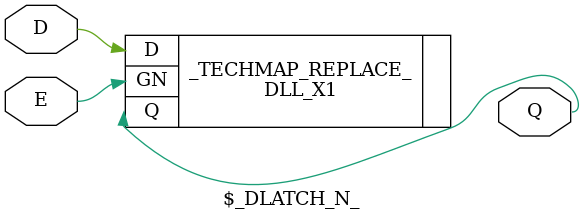
<source format=v>
module $_DLATCH_N_ (input D, E, output Q);
    DLL_X1 _TECHMAP_REPLACE_ (.D(D), .GN(E), .Q(Q));
endmodule
</source>
